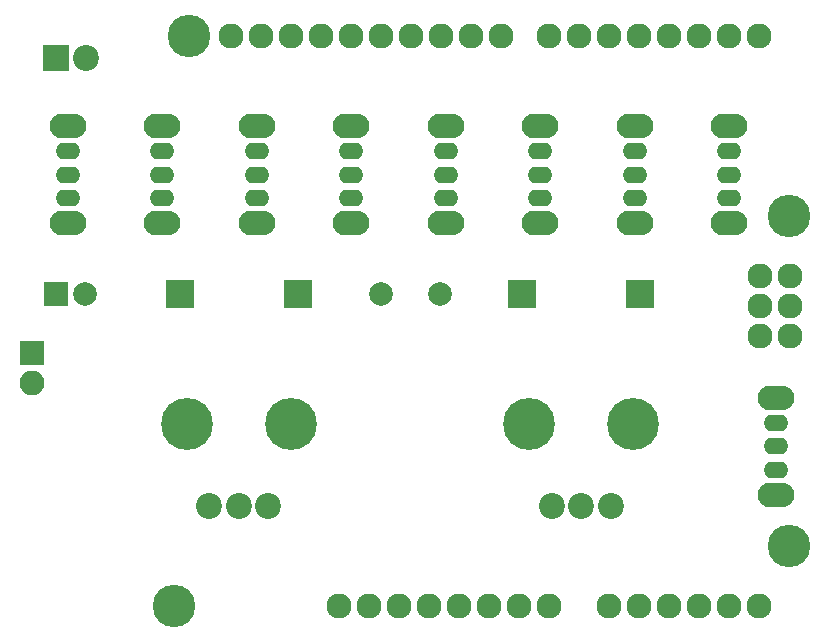
<source format=gbr>
G04 #@! TF.FileFunction,Soldermask,Bot*
%FSLAX46Y46*%
G04 Gerber Fmt 4.6, Leading zero omitted, Abs format (unit mm)*
G04 Created by KiCad (PCBNEW 4.0.7) date Sunday, 25 '25e' March '25e' 2018, 12:09:58*
%MOMM*%
%LPD*%
G01*
G04 APERTURE LIST*
%ADD10C,0.100000*%
%ADD11R,2.000000X2.000000*%
%ADD12C,2.000000*%
%ADD13R,2.200000X2.200000*%
%ADD14C,2.200000*%
%ADD15R,2.100000X2.100000*%
%ADD16O,2.100000X2.100000*%
%ADD17R,2.398980X2.398980*%
%ADD18C,4.400000*%
%ADD19O,2.127200X2.127200*%
%ADD20C,3.600000*%
%ADD21O,3.100000X2.100000*%
%ADD22O,2.100000X1.400000*%
G04 APERTURE END LIST*
D10*
D11*
X151000000Y-51000000D03*
D12*
X153500000Y-51000000D03*
X183500000Y-51000000D03*
X178500000Y-51000000D03*
D13*
X151000000Y-31000000D03*
D14*
X153540000Y-31000000D03*
D15*
X149000000Y-56000000D03*
D16*
X149000000Y-58540000D03*
D17*
X161498740Y-51000000D03*
X171501260Y-51000000D03*
X200501260Y-51000000D03*
X190498740Y-51000000D03*
D14*
X193000000Y-69000000D03*
X195500000Y-69000000D03*
X198000000Y-69000000D03*
D18*
X191100000Y-62000000D03*
X199900000Y-62000000D03*
D14*
X164000000Y-69000000D03*
X166500000Y-69000000D03*
X169000000Y-69000000D03*
D18*
X162100000Y-62000000D03*
X170900000Y-62000000D03*
D19*
X210627000Y-54600000D03*
X213167000Y-54600000D03*
X213167000Y-52060000D03*
X210627000Y-52060000D03*
X213167000Y-49520000D03*
X197800000Y-77460000D03*
X192720000Y-77460000D03*
X190180000Y-77460000D03*
X187640000Y-77460000D03*
X185100000Y-77460000D03*
X182560000Y-77460000D03*
X180020000Y-77460000D03*
X177480000Y-77460000D03*
X210500000Y-29200000D03*
X207960000Y-29200000D03*
X205420000Y-29200000D03*
X202880000Y-29200000D03*
X200340000Y-29200000D03*
X197800000Y-29200000D03*
X195260000Y-29200000D03*
X192720000Y-29200000D03*
X173416000Y-29200000D03*
X188656000Y-29200000D03*
X186116000Y-29200000D03*
X183576000Y-29200000D03*
D20*
X213040000Y-72380000D03*
X213040000Y-44440000D03*
X162240000Y-29200000D03*
X160970000Y-77460000D03*
D19*
X165796000Y-29200000D03*
X168336000Y-29200000D03*
X170876000Y-29200000D03*
X175956000Y-29200000D03*
X178496000Y-29200000D03*
X181036000Y-29200000D03*
X174940000Y-77460000D03*
X200340000Y-77460000D03*
X202880000Y-77460000D03*
X205420000Y-77460000D03*
X207960000Y-77460000D03*
X210500000Y-77460000D03*
X210627000Y-49520000D03*
D21*
X208000000Y-36800000D03*
D22*
X208000000Y-38900000D03*
X208000000Y-40900000D03*
X208000000Y-42900000D03*
D21*
X208000000Y-45000000D03*
X200000000Y-36800000D03*
D22*
X200000000Y-38900000D03*
X200000000Y-40900000D03*
X200000000Y-42900000D03*
D21*
X200000000Y-45000000D03*
X192000000Y-36800000D03*
D22*
X192000000Y-38900000D03*
X192000000Y-40900000D03*
X192000000Y-42900000D03*
D21*
X192000000Y-45000000D03*
X184000000Y-36800000D03*
D22*
X184000000Y-38900000D03*
X184000000Y-40900000D03*
X184000000Y-42900000D03*
D21*
X184000000Y-45000000D03*
X176000000Y-36800000D03*
D22*
X176000000Y-38900000D03*
X176000000Y-40900000D03*
X176000000Y-42900000D03*
D21*
X176000000Y-45000000D03*
X168000000Y-36800000D03*
D22*
X168000000Y-38900000D03*
X168000000Y-40900000D03*
X168000000Y-42900000D03*
D21*
X168000000Y-45000000D03*
X160000000Y-36800000D03*
D22*
X160000000Y-38900000D03*
X160000000Y-40900000D03*
X160000000Y-42900000D03*
D21*
X160000000Y-45000000D03*
X152000000Y-36800000D03*
D22*
X152000000Y-38900000D03*
X152000000Y-40900000D03*
X152000000Y-42900000D03*
D21*
X152000000Y-45000000D03*
X212000000Y-59800000D03*
D22*
X212000000Y-61900000D03*
X212000000Y-63900000D03*
X212000000Y-65900000D03*
D21*
X212000000Y-68000000D03*
M02*

</source>
